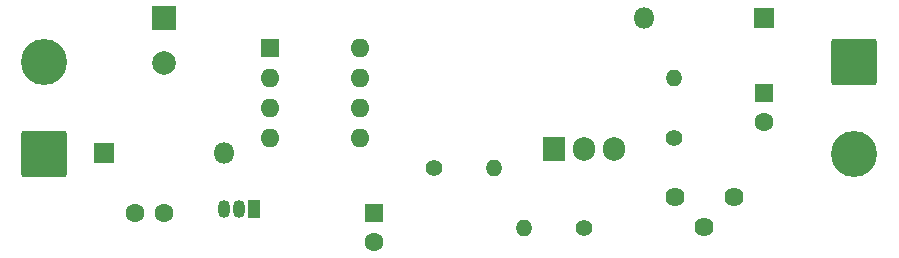
<source format=gbs>
%TF.GenerationSoftware,KiCad,Pcbnew,(6.0.1)*%
%TF.CreationDate,2022-12-28T21:20:28+01:00*%
%TF.ProjectId,nixie_power_supply,6e697869-655f-4706-9f77-65725f737570,rev?*%
%TF.SameCoordinates,Original*%
%TF.FileFunction,Soldermask,Bot*%
%TF.FilePolarity,Negative*%
%FSLAX46Y46*%
G04 Gerber Fmt 4.6, Leading zero omitted, Abs format (unit mm)*
G04 Created by KiCad (PCBNEW (6.0.1)) date 2022-12-28 21:20:28*
%MOMM*%
%LPD*%
G01*
G04 APERTURE LIST*
G04 Aperture macros list*
%AMRoundRect*
0 Rectangle with rounded corners*
0 $1 Rounding radius*
0 $2 $3 $4 $5 $6 $7 $8 $9 X,Y pos of 4 corners*
0 Add a 4 corners polygon primitive as box body*
4,1,4,$2,$3,$4,$5,$6,$7,$8,$9,$2,$3,0*
0 Add four circle primitives for the rounded corners*
1,1,$1+$1,$2,$3*
1,1,$1+$1,$4,$5*
1,1,$1+$1,$6,$7*
1,1,$1+$1,$8,$9*
0 Add four rect primitives between the rounded corners*
20,1,$1+$1,$2,$3,$4,$5,0*
20,1,$1+$1,$4,$5,$6,$7,0*
20,1,$1+$1,$6,$7,$8,$9,0*
20,1,$1+$1,$8,$9,$2,$3,0*%
G04 Aperture macros list end*
%ADD10R,1.600000X1.600000*%
%ADD11O,1.600000X1.600000*%
%ADD12C,1.620000*%
%ADD13C,1.400000*%
%ADD14O,1.400000X1.400000*%
%ADD15R,1.050000X1.500000*%
%ADD16O,1.050000X1.500000*%
%ADD17R,1.905000X2.000000*%
%ADD18O,1.905000X2.000000*%
%ADD19RoundRect,0.250002X-1.699998X1.699998X-1.699998X-1.699998X1.699998X-1.699998X1.699998X1.699998X0*%
%ADD20C,3.900000*%
%ADD21RoundRect,0.250002X1.699998X-1.699998X1.699998X1.699998X-1.699998X1.699998X-1.699998X-1.699998X0*%
%ADD22R,1.800000X1.800000*%
%ADD23O,1.800000X1.800000*%
%ADD24C,1.600000*%
%ADD25R,2.000000X2.000000*%
%ADD26C,2.000000*%
G04 APERTURE END LIST*
D10*
%TO.C,U1*%
X110500000Y-71130000D03*
D11*
X110500000Y-73670000D03*
X110500000Y-76210000D03*
X110500000Y-78750000D03*
X118120000Y-78750000D03*
X118120000Y-76210000D03*
X118120000Y-73670000D03*
X118120000Y-71130000D03*
%TD*%
D12*
%TO.C,RV1*%
X149820000Y-83765000D03*
X147320000Y-86265000D03*
X144820000Y-83765000D03*
%TD*%
D13*
%TO.C,R5*%
X144780000Y-78740000D03*
D14*
X144780000Y-73660000D03*
%TD*%
D13*
%TO.C,R3*%
X137160000Y-86360000D03*
D14*
X132080000Y-86360000D03*
%TD*%
D13*
%TO.C,R2*%
X124460000Y-81280000D03*
D14*
X129540000Y-81280000D03*
%TD*%
D15*
%TO.C,Q2*%
X109220000Y-84730000D03*
D16*
X107950000Y-84730000D03*
X106680000Y-84730000D03*
%TD*%
D17*
%TO.C,Q1*%
X134620000Y-79685000D03*
D18*
X137160000Y-79685000D03*
X139700000Y-79685000D03*
%TD*%
D19*
%TO.C,J2*%
X160020000Y-72300000D03*
D20*
X160020000Y-80100000D03*
%TD*%
D21*
%TO.C,J1*%
X91440000Y-80100000D03*
D20*
X91440000Y-72300000D03*
%TD*%
D22*
%TO.C,D2*%
X152400000Y-68580000D03*
D23*
X142240000Y-68580000D03*
%TD*%
D22*
%TO.C,D1*%
X96520000Y-80010000D03*
D23*
X106680000Y-80010000D03*
%TD*%
D10*
%TO.C,C4*%
X119380000Y-85090000D03*
D24*
X119380000Y-87590000D03*
%TD*%
D10*
%TO.C,C3*%
X152400000Y-74930000D03*
D24*
X152400000Y-77430000D03*
%TD*%
%TO.C,C2*%
X101600000Y-85090000D03*
X99100000Y-85090000D03*
%TD*%
D25*
%TO.C,C1*%
X101600000Y-68580000D03*
D26*
X101600000Y-72380000D03*
%TD*%
M02*

</source>
